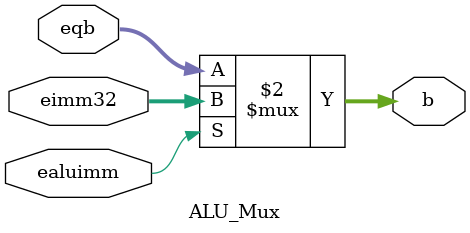
<source format=v>
`timescale 1ns / 1ps


module ALU_Mux(
    input [31:0] eqb,
    input [31:0] eimm32,
    input ealuimm,
    
    output reg [31:0] b
    );
    
    always @(*)
    begin
        b <= ealuimm? eimm32 : eqb;                                                                                                           
    end
endmodule

</source>
